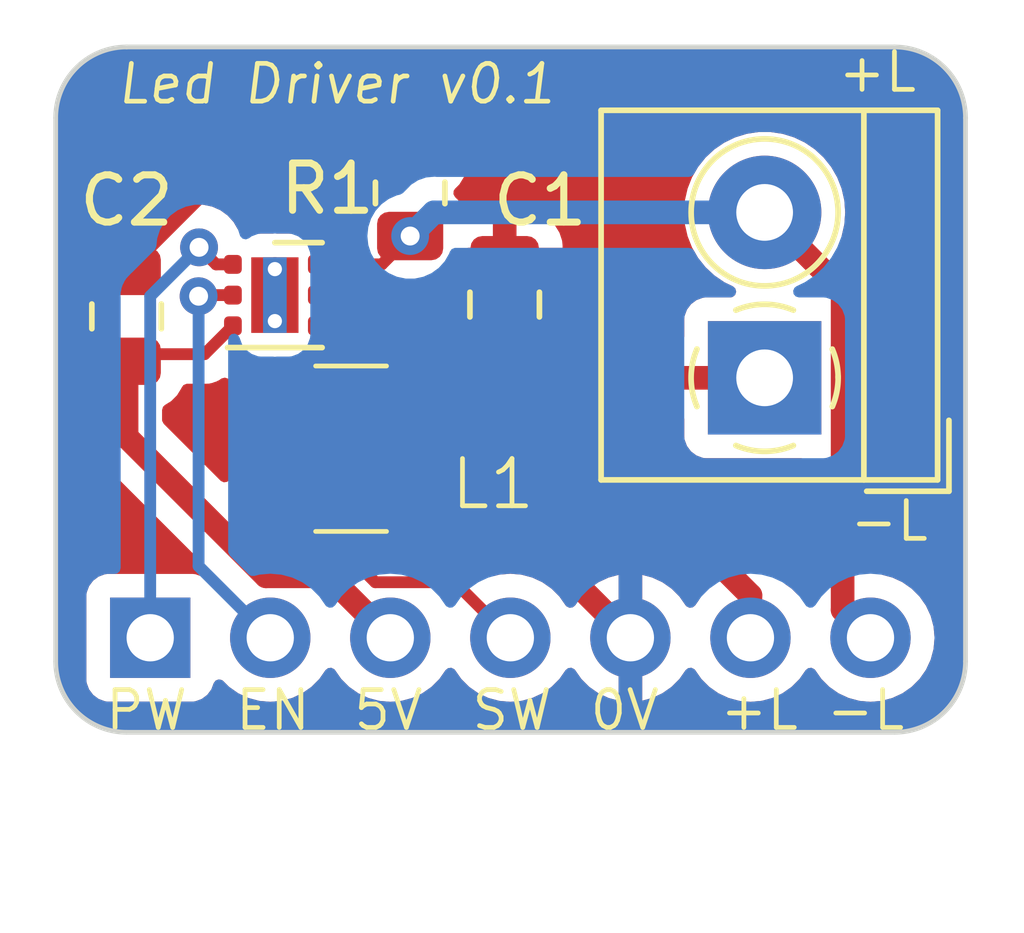
<source format=kicad_pcb>
(kicad_pcb (version 20221018) (generator pcbnew)
  (layers (0 "F.Cu" signal) (31 "B.Cu" signal) (34 "B.Paste" user) (35 "F.Paste" user) (36 "B.SilkS" user "B.Silkscreen") (37 "F.SilkS" user "F.Silkscreen") (38 "B.Mask" user) (39 "F.Mask" user) (44 "Edge.Cuts" user))
  (net 0 "")
  (net 1 "/PWM")
  (net 2 "/EN")
  (net 3 "/SW")
  (net 4 "GND")
  (net 5 "+5V")
  (net 6 "/-LED")
  (net 7 "/+LED")
  (footprint "TerminalBlock_4Ucon:TerminalBlock_4Ucon_1x02_P3.50mm_Horizontal" (layer "F.Cu") (at 163.75 110.75 90)
    (fp_text reference "J2")
    (fp_text value "Conn_01x02_Pin")
    (fp_line (start -2.4 2.16) (end -2.4 3.9) (stroke (width 0.12)) (layer "F.SilkS"))
    (fp_line (start -2.4 3.9) (end -0.9 3.9) (stroke (width 0.12)) (layer "F.SilkS"))
    (fp_line (start -2.16 -3.46) (end -2.16 3.66) (stroke (width 0.12)) (layer "F.SilkS"))
    (fp_line (start -2.16 -3.46) (end 5.66 -3.46) (stroke (width 0.12)) (layer "F.SilkS"))
    (fp_line (start -2.16 2.1) (end 5.66 2.1) (stroke (width 0.12)) (layer "F.SilkS"))
    (fp_line (start -2.16 3.66) (end 5.66 3.66) (stroke (width 0.12)) (layer "F.SilkS"))
    (fp_line (start 5.66 -3.46) (end 5.66 3.66) (stroke (width 0.12)) (layer "F.SilkS"))
    (fp_arc (start -1.432109 0.607742) (mid -1.555727 -0.00014) (end -1.432 -0.608) (stroke (width 0.12)) (layer "F.SilkS"))
    (fp_arc (start -0.607742 -1.432109) (mid 0.00014 -1.555727) (end 0.608 -1.432) (stroke (width 0.12)) (layer "F.SilkS"))
    (fp_arc (start 0.027011 1.555493) (mid -0.296984 1.527118) (end -0.608 1.432) (stroke (width 0.12)) (layer "F.SilkS"))
    (fp_arc (start 0.607587 1.431385) (mid 0.310017 1.523783) (end 0 1.555) (stroke (width 0.12)) (layer "F.SilkS"))
    (fp_arc (start 1.432109 -0.607742) (mid 1.555727 0.00014) (end 1.432 0.608) (stroke (width 0.12)) (layer "F.SilkS"))
    (fp_circle (center 3.5 0) (end 5.055 0) (stroke (width 0.12)) (fill none) (layer "F.SilkS"))
    (pad "1" thru_hole rect (at 0 0 90) (size 2.4 2.4) (drill 1.2) (layers "*.Cu" "*.Mask") (net 7 "/+LED"))
    (pad "2" thru_hole circle (at 3.5 0 90) (size 2.4 2.4) (drill 1.2) (layers "*.Cu" "*.Mask") (net 6 "/-LED"))
  )
  (footprint "Capacitor_SMD:C_0805_2012Metric" (layer "F.Cu") (at 158.25 109.2 -90)
    (fp_text reference "C1" (at -2.2 -0.75 -180) (layer "F.SilkS"))
    (fp_text value "10uF")
    (fp_line (start -0.261252 -0.735) (end 0.261252 -0.735) (stroke (width 0.12)) (layer "F.SilkS"))
    (fp_line (start -0.261252 0.735) (end 0.261252 0.735) (stroke (width 0.12)) (layer "F.SilkS"))
    (pad "1" smd roundrect (at -0.95 0 270) (size 1 1.45) (layers "F.Cu" "F.Paste" "F.Mask") (net 4 "GND"))
    (pad "2" smd roundrect (at 0.95 0 270) (size 1 1.45) (layers "F.Cu" "F.Paste" "F.Mask") (net 7 "/+LED"))
  )
  (footprint "Capacitor_SMD:C_0805_2012Metric" (layer "F.Cu") (at 150.25 109.45 -90)
    (fp_text reference "C2" (at -2.45 0 -180) (layer "F.SilkS"))
    (fp_text value "4.7uF")
    (fp_line (start -0.261252 -0.735) (end 0.261252 -0.735) (stroke (width 0.12)) (layer "F.SilkS"))
    (fp_line (start -0.261252 0.735) (end 0.261252 0.735) (stroke (width 0.12)) (layer "F.SilkS"))
    (pad "1" smd roundrect (at -0.95 0 270) (size 1 1.45) (layers "F.Cu" "F.Paste" "F.Mask") (net 4 "GND"))
    (pad "2" smd roundrect (at 0.95 0 270) (size 1 1.45) (layers "F.Cu" "F.Paste" "F.Mask") (net 5 "+5V"))
  )
  (footprint "Minor_Industries:Induct_1" (layer "F.Cu") (at 155 112.25)
    (fp_text reference "L1" (at 3 0.75 unlocked) (layer "F.SilkS") (effects (font (thickness 0.1))))
    (fp_text value "2.2uH")
    (fp_line (start -0.75 -1.75) (end 0.75 -1.75) (stroke (width 0.1)) (layer "F.SilkS"))
    (fp_line (start -0.75 1.75) (end 0.75 1.75) (stroke (width 0.1)) (layer "F.SilkS"))
    (pad "1" smd roundrect (at -1.475 0) (size 1.15 3.6) (layers "F.Cu" "F.Paste" "F.Mask") (net 3 "/SW"))
    (pad "2" smd roundrect (at 1.475 0) (size 1.15 3.6) (layers "F.Cu" "F.Paste" "F.Mask") (net 7 "/+LED"))
  )
  (footprint "Connector_PinHeader_2.54mm:PinHeader_1x07_P2.54mm_Vertical" (layer "F.Cu") (at 150.75 116.25 90)
    (fp_text reference "J1")
    (fp_text value "Conn_01x07_Pin")
    (pad "1" thru_hole rect (at 0 0 90) (size 1.7 1.7) (drill 1) (layers "*.Cu" "*.Mask") (net 1 "/PWM"))
    (pad "2" thru_hole oval (at 0 2.54 90) (size 1.7 1.7) (drill 1) (layers "*.Cu" "*.Mask") (net 2 "/EN"))
    (pad "3" thru_hole oval (at 0 5.08 90) (size 1.7 1.7) (drill 1) (layers "*.Cu" "*.Mask") (net 5 "+5V"))
    (pad "4" thru_hole oval (at 0 7.62 90) (size 1.7 1.7) (drill 1) (layers "*.Cu" "*.Mask") (net 3 "/SW"))
    (pad "5" thru_hole oval (at 0 10.16 90) (size 1.7 1.7) (drill 1) (layers "*.Cu" "*.Mask") (net 4 "GND"))
    (pad "6" thru_hole oval (at 0 12.7 90) (size 1.7 1.7) (drill 1) (layers "*.Cu" "*.Mask") (net 7 "/+LED"))
    (pad "7" thru_hole oval (at 0 15.24 90) (size 1.7 1.7) (drill 1) (layers "*.Cu" "*.Mask") (net 6 "/-LED"))
  )
  (footprint "Resistor_SMD:R_0805_2012Metric" (layer "F.Cu") (at 156.25 106.8375 90)
    (fp_text reference "R1" (at 0.0875 -1.75 180) (layer "F.SilkS"))
    (fp_text value "R")
    (fp_line (start -0.227064 -0.735) (end 0.227064 -0.735) (stroke (width 0.12)) (layer "F.SilkS"))
    (fp_line (start -0.227064 0.735) (end 0.227064 0.735) (stroke (width 0.12)) (layer "F.SilkS"))
    (pad "1" smd roundrect (at -0.9125 0 90) (size 1.025 1.4) (layers "F.Cu" "F.Paste" "F.Mask") (roundrect_rratio 0.243902) (net 6 "/-LED"))
    (pad "2" smd roundrect (at 0.9125 0 90) (size 1.025 1.4) (layers "F.Cu" "F.Paste" "F.Mask") (roundrect_rratio 0.243902) (net 4 "GND"))
  )
  (footprint "Package_SON:WSON-6-1EP_2x2mm_P0.65mm_EP1x1.6mm_ThermalVias" (layer "F.Cu") (at 153.3875 109)
    (fp_text reference "U1")
    (fp_text value "~")
    (fp_line (start -1 1.11) (end 1 1.11) (stroke (width 0.12)) (layer "F.SilkS"))
    (fp_line (start 0 -1.11) (end 1 -1.11) (stroke (width 0.12)) (layer "F.SilkS"))
    (pad "1" smd roundrect (at -0.8875 -0.65) (size 0.375 0.4) (layers "F.Cu" "F.Paste" "F.Mask") (net 1 "/PWM"))
    (pad "2" smd roundrect (at -0.8875 0) (size 0.375 0.4) (layers "F.Cu" "F.Paste" "F.Mask") (net 2 "/EN"))
    (pad "3" smd roundrect (at -0.8875 0.65) (size 0.375 0.4) (layers "F.Cu" "F.Paste" "F.Mask") (net 5 "+5V"))
    (pad "4" smd roundrect (at 0.8875 0.65) (size 0.375 0.4) (layers "F.Cu" "F.Paste" "F.Mask") (net 3 "/SW"))
    (pad "5" smd roundrect (at 0.8875 0) (size 0.375 0.4) (layers "F.Cu" "F.Paste" "F.Mask") (net 4 "GND"))
    (pad "6" smd roundrect (at 0.8875 -0.65) (size 0.375 0.4) (layers "F.Cu" "F.Paste" "F.Mask") (net 6 "/-LED"))
    (pad "7" thru_hole circle (at 0 -0.55) (size 0.5 0.5) (drill 0.3) (layers "*.Cu"))
    (pad "7" smd rect (at 0 0) (size 0.5 1.6) (layers "B.Cu"))
    (pad "7" smd rect (at 0 0) (size 1 1.6) (layers "F.Cu" "F.Mask"))
    (pad "7" thru_hole circle (at 0 0.55) (size 0.5 0.5) (drill 0.3) (layers "*.Cu"))
  )
  (gr_line (start 148.75 116.75) (end 148.75 105.25) (stroke (width 0.1)) (layer "Edge.Cuts"))
  (gr_arc (start 148.75 105.25) (mid 149.18934 104.18934) (end 150.25 103.75) (stroke (width 0.1)) (layer "Edge.Cuts"))
  (gr_line (start 168 105.25) (end 168 116.75) (stroke (width 0.1)) (layer "Edge.Cuts"))
  (gr_arc (start 166.5 103.75) (mid 167.56066 104.18934) (end 168 105.25) (stroke (width 0.1)) (layer "Edge.Cuts"))
  (gr_line (start 166.5 118.25) (end 150.25 118.25) (stroke (width 0.1)) (layer "Edge.Cuts"))
  (gr_arc (start 150.25 118.25) (mid 149.18934 117.81066) (end 148.75 116.75) (stroke (width 0.1)) (layer "Edge.Cuts"))
  (gr_arc (start 168 116.75) (mid 167.56066 117.81066) (end 166.5 118.25) (stroke (width 0.1)) (layer "Edge.Cuts"))
  (gr_line (start 150.25 103.75) (end 166.5 103.75) (stroke (width 0.1)) (layer "Edge.Cuts"))
  (gr_text "-L" (at 165 118.25) (layer "F.SilkS") (effects (font (size 0.8 0.8) (thickness 0.1)) (justify left bottom)))
  (gr_text "0V" (at 160 118.25) (layer "F.SilkS") (effects (font (size 0.8 0.8) (thickness 0.1)) (justify left bottom)))
  (gr_text "5V" (at 155 118.25) (layer "F.SilkS") (effects (font (size 0.8 0.8) (thickness 0.1)) (justify left bottom)))
  (gr_text "+L" (at 162.75 118.25) (layer "F.SilkS") (effects (font (size 0.8 0.8) (thickness 0.1)) (justify left bottom)))
  (gr_text "EN\n" (at 152.5 118.25) (layer "F.SilkS") (effects (font (size 0.8 0.8) (thickness 0.1)) (justify left bottom)))
  (gr_text "+L" (at 165.25 104.75) (layer "F.SilkS") (effects (font (size 0.8 0.8) (thickness 0.1)) (justify left bottom)))
  (gr_text "-L" (at 165.5 114.25) (layer "F.SilkS") (effects (font (size 0.8 0.8) (thickness 0.1)) (justify left bottom)))
  (gr_text "Led Driver v0.1" (at 150 105) (layer "F.SilkS") (effects (font (size 0.8 0.8) (thickness 0.1) italic) (justify left bottom)))
  (gr_text "PW" (at 149.75 118.25) (layer "F.SilkS") (effects (font (size 0.8 0.8) (thickness 0.1)) (justify left bottom)))
  (gr_text "SW" (at 157.5 118.25) (layer "F.SilkS") (effects (font (size 0.8 0.8) (thickness 0.1)) (justify left bottom)))
  (segment (start 152.144276 108.35) (end 151.783477 107.989201) (width 0.25) (layer "F.Cu") (net 1))
  (segment (start 152.5 108.35) (end 152.144276 108.35) (width 0.25) (layer "F.Cu") (net 1))
  (via (at 151.783477 107.989201) (size 0.8) (drill 0.4) (layers "F.Cu" "B.Cu") (net 1))
  (segment (start 151.783477 107.989201) (end 150.75 109.022678) (width 0.25) (layer "B.Cu") (net 1))
  (segment (start 150.75 109.022678) (end 150.75 116.25) (width 0.25) (layer "B.Cu") (net 1))
  (segment (start 152.5 109) (end 151.797276 109) (width 0.25) (layer "F.Cu") (net 2))
  (segment (start 151.797276 109) (end 151.773638 109.023638) (width 0.25) (layer "F.Cu") (net 2))
  (via (at 151.773638 109.023638) (size 0.8) (drill 0.4) (layers "F.Cu" "B.Cu") (net 2))
  (segment (start 151.773638 114.733638) (end 153.29 116.25) (width 0.25) (layer "B.Cu") (net 2))
  (segment (start 151.773638 109.023638) (end 151.773638 114.733638) (width 0.25) (layer "B.Cu") (net 2))
  (segment (start 155.511828 115.075) (end 157.195 115.075) (width 0.25) (layer "F.Cu") (net 3))
  (segment (start 154.275 109.65) (end 154.275 111.5) (width 0.25) (layer "F.Cu") (net 3))
  (segment (start 157.195 115.075) (end 158.37 116.25) (width 0.25) (layer "F.Cu") (net 3))
  (segment (start 153.525 113.088172) (end 155.511828 115.075) (width 0.25) (layer "F.Cu") (net 3))
  (segment (start 153.525 112.25) (end 153.525 113.088172) (width 0.25) (layer "F.Cu") (net 3))
  (segment (start 154.275 111.5) (end 153.525 112.25) (width 0.25) (layer "F.Cu") (net 3))
  (segment (start 160.91 116.25) (end 159.16 114.5) (width 0.5) (layer "F.Cu") (net 4))
  (segment (start 150.25 108.5) (end 150.25 108.320596) (width 0.5) (layer "F.Cu") (net 4))
  (segment (start 159.16 114.5) (end 155.75 114.5) (width 0.5) (layer "F.Cu") (net 4))
  (segment (start 150.25 108.320596) (end 152.645596 105.925) (width 0.5) (layer "F.Cu") (net 4))
  (segment (start 155.45 110.032798) (end 155.45 110.3) (width 0.25) (layer "F.Cu") (net 4))
  (segment (start 155.75 114.5) (end 155.45 114.2) (width 0.5) (layer "F.Cu") (net 4))
  (segment (start 154.275 109) (end 154.417202 109) (width 0.25) (layer "F.Cu") (net 4))
  (segment (start 152.645596 105.925) (end 156.25 105.925) (width 0.5) (layer "F.Cu") (net 4))
  (segment (start 154.417202 109) (end 155.45 110.032798) (width 0.25) (layer "F.Cu") (net 4))
  (segment (start 155.45 110.3) (end 157.5 108.25) (width 0.5) (layer "F.Cu") (net 4))
  (segment (start 155.45 114.2) (end 155.45 110.3) (width 0.5) (layer "F.Cu") (net 4))
  (segment (start 157.5 108.25) (end 158.25 108.25) (width 0.5) (layer "F.Cu") (net 4))
  (segment (start 150.25 112) (end 150.25 110.4) (width 0.5) (layer "F.Cu") (net 5))
  (segment (start 154.53 114.95) (end 153.2 114.95) (width 0.5) (layer "F.Cu") (net 5))
  (segment (start 151.9 110.25) (end 150.4 110.25) (width 0.25) (layer "F.Cu") (net 5))
  (segment (start 152.5 109.65) (end 151.9 110.25) (width 0.25) (layer "F.Cu") (net 5))
  (segment (start 150.4 110.25) (end 150.25 110.4) (width 0.25) (layer "F.Cu") (net 5))
  (segment (start 155.83 116.25) (end 154.53 114.95) (width 0.5) (layer "F.Cu") (net 5))
  (segment (start 153.2 114.95) (end 150.25 112) (width 0.5) (layer "F.Cu") (net 5))
  (segment (start 165.99 116.25) (end 165.4 115.66) (width 0.5) (layer "F.Cu") (net 6))
  (segment (start 165.4 115.66) (end 165.4 108.9) (width 0.5) (layer "F.Cu") (net 6))
  (segment (start 154.275 108.35) (end 155.65 108.35) (width 0.25) (layer "F.Cu") (net 6))
  (segment (start 155.65 108.35) (end 156.25 107.75) (width 0.25) (layer "F.Cu") (net 6))
  (segment (start 165.4 108.9) (end 163.75 107.25) (width 0.5) (layer "F.Cu") (net 6))
  (via (at 156.25 107.75) (size 0.8) (drill 0.4) (layers "F.Cu" "B.Cu") (net 6))
  (segment (start 163.75 107.25) (end 156.75 107.25) (width 0.5) (layer "B.Cu") (net 6))
  (segment (start 156.75 107.25) (end 156.25 107.75) (width 0.5) (layer "B.Cu") (net 6))
  (segment (start 156.475 112.25) (end 156.475 111.925) (width 0.5) (layer "F.Cu") (net 7))
  (segment (start 163.45 116.25) (end 163.45 115.35) (width 0.5) (layer "F.Cu") (net 7))
  (segment (start 158.85 110.75) (end 163.75 110.75) (width 0.5) (layer "F.Cu") (net 7))
  (segment (start 156.475 111.925) (end 158.25 110.15) (width 0.5) (layer "F.Cu") (net 7))
  (segment (start 163.45 115.35) (end 158.85 110.75) (width 0.5) (layer "F.Cu") (net 7))
  (segment (start 158.25 110.15) (end 158.85 110.75) (width 0.5) (layer "F.Cu") (net 7))
  (zone (net 4) (net_name "GND") (layer "F.Cu") (connect_pads (clearance 0.5)) (min_thickness 0.25) (fill yes (thermal_gap 0.5) (thermal_bridge_width 0.5) (island_removal_mode 1) (island_area_min 10))
    (polygon (pts (xy 148.25 103.5) (xy 148.25 106.75) (xy 151.75 106.75) (xy 151.75 110.269222) (xy 148.25 110.25) (xy 148.25 118.5) (xy 168 118.5) (xy 168 103.5)))
  )
  (zone (net 4) (net_name "GND") (layer "B.Cu") (priority 1) (connect_pads (clearance 0.5)) (min_thickness 0.25) (fill yes (thermal_gap 0.5) (thermal_bridge_width 0.5))
    (polygon (pts (xy 148.25 103.25) (xy 168.25 103.25) (xy 168.25 119) (xy 148.25 119)))
  )
)
</source>
